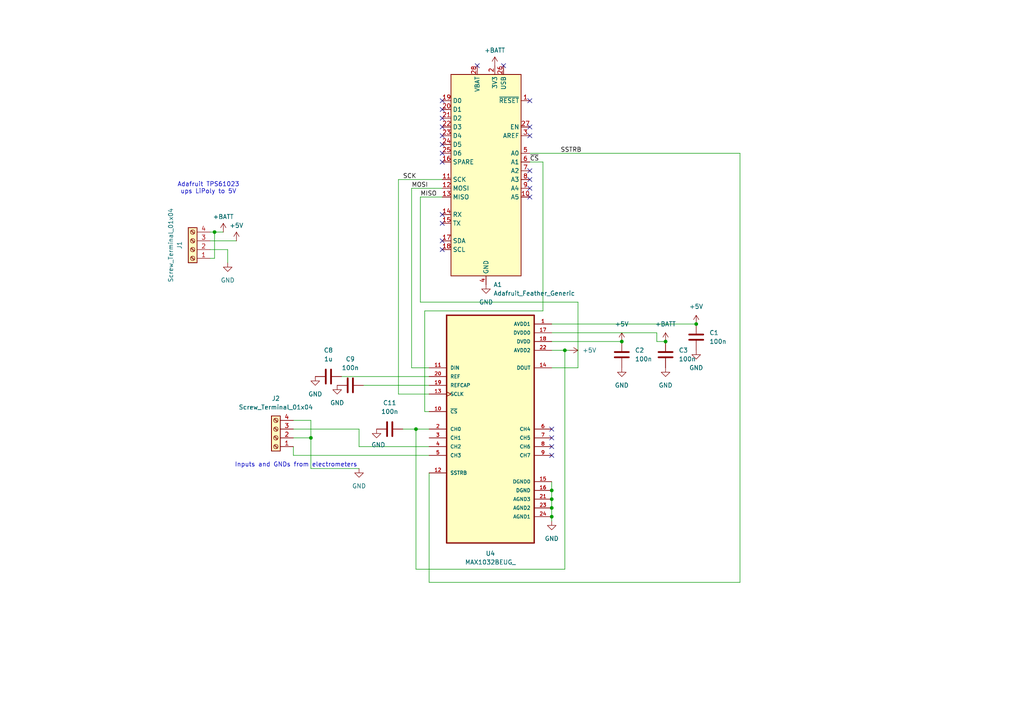
<source format=kicad_sch>
(kicad_sch (version 20250114) (generator "eeschema") (generator_version "9.0")
  (paper "A4")
  (title_block (title "Electrometer ADC") (date "2025-08-20") (rev "v2.0") (company "Coffee and Tellisense Lab"))
  (lib_symbols
    (symbol "Connector:Screw_Terminal_01x04" (pin_names (offset 1.016) (hide yes))
      (property "Reference" "J" (at 0 5.08 0))
      (property "Value" "Screw_Terminal_01x04" (at 0 -7.62 0))
      (symbol "Screw_Terminal_01x04_1_1"
        (rectangle (start -1.27 3.81) (end 1.27 -6.35) (stroke (width 0.254)) (fill (type background)))
        (polyline (pts (xy -0.5334 2.8702) (xy 0.3302 2.032)) (stroke (width 0.1524)))
        (polyline (pts (xy -0.5334 0.3302) (xy 0.3302 -0.508)) (stroke (width 0.1524)))
        (polyline (pts (xy -0.5334 -2.2098) (xy 0.3302 -3.048)) (stroke (width 0.1524)))
        (polyline (pts (xy -0.5334 -4.7498) (xy 0.3302 -5.588)) (stroke (width 0.1524)))
        (polyline (pts (xy -0.3556 3.048) (xy 0.508 2.2098)) (stroke (width 0.1524)))
        (polyline (pts (xy -0.3556 0.508) (xy 0.508 -0.3302)) (stroke (width 0.1524)))
        (polyline (pts (xy -0.3556 -2.032) (xy 0.508 -2.8702)) (stroke (width 0.1524)))
        (polyline (pts (xy -0.3556 -4.572) (xy 0.508 -5.4102)) (stroke (width 0.1524)))
        (circle (center 0 2.54) (radius 0.635) (stroke (width 0.1524)))
        (circle (center 0 0) (radius 0.635) (stroke (width 0.1524)))
        (circle (center 0 -2.54) (radius 0.635) (stroke (width 0.1524)))
        (circle (center 0 -5.08) (radius 0.635) (stroke (width 0.1524)))
        (pin passive line (at -5.08 2.54 0) (length 3.81) (name "Pin_1") (number "1"))
        (pin passive line (at -5.08 0 0) (length 3.81) (name "Pin_2") (number "2"))
        (pin passive line (at -5.08 -2.54 0) (length 3.81) (name "Pin_3") (number "3"))
        (pin passive line (at -5.08 -5.08 0) (length 3.81) (name "Pin_4") (number "4"))
      )
    )
    (symbol "Device:C" (pin_numbers (hide yes)) (pin_names (offset 0.254))
      (property "Reference" "C" (at 0.635 2.54 0))
      (property "Value" "C" (at 0.635 -2.54 0))
      (symbol "C_0_1"
        (polyline (pts (xy -2.032 0.762) (xy 2.032 0.762)) (stroke (width 0.508)))
        (polyline (pts (xy -2.032 -0.762) (xy 2.032 -0.762)) (stroke (width 0.508)))
      )
      (symbol "C_1_1"
        (pin passive line (at 0 3.81 270) (length 2.794) (name "~") (number "1"))
        (pin passive line (at 0 -3.81 90) (length 2.794) (name "~") (number "2"))
      )
    )
    (symbol "GND_1" (power) (pin_numbers (hide yes)) (pin_names (offset 0) (hide yes))
      (property "Value" "GND" (at 0 -3.81 0))
      (symbol "GND_1_0_1"
        (polyline (pts (xy 0 0) (xy 0 -1.27) (xy 1.27 -1.27) (xy 0 -2.54) (xy -1.27 -1.27) (xy 0 -1.27)))
      )
      (symbol "GND_1_1_1"
        (pin power_in line (at 0 0 270) (length 0) (name "~") (number "1"))
      )
    )
    (symbol "MAX1032:MAX1032BEUG_" (pin_names (offset 1.016))
      (property "Reference" "U" (at -12.7 34.02 0))
      (property "Value" "MAX1032BEUG_" (at -12.7 -37.02 0))
      (symbol "MAX1032BEUG__0_0"
        (rectangle (start -12.7 -33.02) (end 12.7 33.02) (stroke (width 0.41)) (fill (type background)))
        (pin input line (at -17.78 17.78 0) (length 5.08) (name "DIN") (number "11"))
        (pin input line (at -17.78 15.24 0) (length 5.08) (name "REF") (number "20"))
        (pin input line (at -17.78 12.7 0) (length 5.08) (name "REFCAP") (number "19"))
        (pin input clock (at -17.78 10.16 0) (length 5.08) (name "SCLK") (number "13"))
        (pin bidirectional line (at -17.78 5.08 0) (length 5.08) (name "~{CS}") (number "10"))
        (pin bidirectional line (at -17.78 0 0) (length 5.08) (name "CH0") (number "2"))
        (pin bidirectional line (at -17.78 -2.54 0) (length 5.08) (name "CH1") (number "3"))
        (pin bidirectional line (at -17.78 -5.08 0) (length 5.08) (name "CH2") (number "4"))
        (pin bidirectional line (at -17.78 -7.62 0) (length 5.08) (name "CH3") (number "5"))
        (pin bidirectional line (at -17.78 -12.7 0) (length 5.08) (name "SSTRB") (number "12"))
        (pin power_in line (at 17.78 30.48 180) (length 5.08) (name "AVDD1") (number "1"))
        (pin power_in line (at 17.78 27.94 180) (length 5.08) (name "DVDD0") (number "17"))
        (pin power_in line (at 17.78 25.4 180) (length 5.08) (name "DVDD") (number "18"))
        (pin power_in line (at 17.78 22.86 180) (length 5.08) (name "AVDD2") (number "22"))
        (pin output line (at 17.78 17.78 180) (length 5.08) (name "DOUT") (number "14"))
        (pin bidirectional line (at 17.78 0 180) (length 5.08) (name "CH4") (number "6"))
        (pin bidirectional line (at 17.78 -2.54 180) (length 5.08) (name "CH5") (number "7"))
        (pin bidirectional line (at 17.78 -5.08 180) (length 5.08) (name "CH6") (number "8"))
        (pin bidirectional line (at 17.78 -7.62 180) (length 5.08) (name "CH7") (number "9"))
        (pin power_in line (at 17.78 -15.24 180) (length 5.08) (name "DGND0") (number "15"))
        (pin power_in line (at 17.78 -17.78 180) (length 5.08) (name "DGND") (number "16"))
        (pin power_in line (at 17.78 -20.32 180) (length 5.08) (name "AGND3") (number "21"))
        (pin power_in line (at 17.78 -22.86 180) (length 5.08) (name "AGND2") (number "23"))
        (pin power_in line (at 17.78 -25.4 180) (length 5.08) (name "AGND1") (number "24"))
      )
    )
    (symbol "MCU_Module:Adafruit_Feather_Generic"
      (property "Reference" "A" (at -10.16 29.21 0))
      (property "Value" "Adafruit_Feather_Generic" (at 2.54 -31.75 0))
      (symbol "Adafruit_Feather_Generic_0_1"
        (rectangle (start -10.16 27.94) (end 10.16 -30.48) (stroke (width 0.254)) (fill (type background)))
      )
      (symbol "Adafruit_Feather_Generic_1_1"
        (pin bidirectional line (at -12.7 20.32 0) (length 2.54) (name "D0") (number "19"))
        (pin bidirectional line (at -12.7 17.78 0) (length 2.54) (name "D1") (number "20"))
        (pin bidirectional line (at -12.7 15.24 0) (length 2.54) (name "D2") (number "21"))
        (pin bidirectional line (at -12.7 12.7 0) (length 2.54) (name "D3") (number "22"))
        (pin bidirectional line (at -12.7 10.16 0) (length 2.54) (name "D4") (number "23"))
        (pin bidirectional line (at -12.7 7.62 0) (length 2.54) (name "D5") (number "24"))
        (pin bidirectional line (at -12.7 5.08 0) (length 2.54) (name "D6") (number "25"))
        (pin bidirectional line (at -12.7 2.54 0) (length 2.54) (name "SPARE") (number "16"))
        (pin bidirectional line (at -12.7 -2.54 0) (length 2.54) (name "SCK") (number "11"))
        (pin bidirectional line (at -12.7 -5.08 0) (length 2.54) (name "MOSI") (number "12"))
        (pin bidirectional line (at -12.7 -7.62 0) (length 2.54) (name "MISO") (number "13"))
        (pin bidirectional line (at -12.7 -12.7 0) (length 2.54) (name "RX") (number "14"))
        (pin bidirectional line (at -12.7 -15.24 0) (length 2.54) (name "TX") (number "15"))
        (pin bidirectional line (at -12.7 -20.32 0) (length 2.54) (name "SDA") (number "17"))
        (pin bidirectional line (at -12.7 -22.86 0) (length 2.54) (name "SCL") (number "18"))
        (pin power_in line (at -2.54 30.48 270) (length 2.54) (name "VBAT") (number "28"))
        (pin power_in line (at 0 -33.02 90) (length 2.54) (name "GND") (number "4"))
        (pin power_in line (at 2.54 30.48 270) (length 2.54) (name "3V3") (number "2"))
        (pin power_in line (at 5.08 30.48 270) (length 2.54) (name "USB") (number "26"))
        (pin input line (at 12.7 20.32 180) (length 2.54) (name "~{RESET}") (number "1"))
        (pin input line (at 12.7 12.7 180) (length 2.54) (name "EN") (number "27"))
        (pin input line (at 12.7 10.16 180) (length 2.54) (name "AREF") (number "3"))
        (pin bidirectional line (at 12.7 5.08 180) (length 2.54) (name "A0") (number "5"))
        (pin bidirectional line (at 12.7 2.54 180) (length 2.54) (name "A1") (number "6"))
        (pin bidirectional line (at 12.7 0 180) (length 2.54) (name "A2") (number "7"))
        (pin bidirectional line (at 12.7 -2.54 180) (length 2.54) (name "A3") (number "8"))
        (pin bidirectional line (at 12.7 -5.08 180) (length 2.54) (name "A4") (number "9"))
        (pin bidirectional line (at 12.7 -7.62 180) (length 2.54) (name "A5") (number "10"))
      )
    )
    (symbol "power:+5V" (power) (pin_numbers (hide yes)) (pin_names (offset 0) (hide yes))
      (property "Value" "+5V" (at 0 3.556 0))
      (symbol "+5V_0_1"
        (polyline (pts (xy -0.762 1.27) (xy 0 2.54)))
        (polyline (pts (xy 0 2.54) (xy 0.762 1.27)))
        (polyline (pts (xy 0 0) (xy 0 2.54)))
      )
      (symbol "+5V_1_1"
        (pin power_in line (at 0 0 90) (length 0) (name "~") (number "1"))
      )
    )
    (symbol "power:+BATT" (power) (pin_numbers (hide yes)) (pin_names (offset 0) (hide yes))
      (property "Value" "+BATT" (at 0 3.556 0))
      (symbol "+BATT_0_1"
        (polyline (pts (xy -0.762 1.27) (xy 0 2.54)))
        (polyline (pts (xy 0 2.54) (xy 0.762 1.27)))
        (polyline (pts (xy 0 0) (xy 0 2.54)))
      )
      (symbol "+BATT_1_1"
        (pin power_in line (at 0 0 90) (length 0) (name "~") (number "1"))
      )
    )
    (symbol "power:GND" (power) (pin_names (offset 0))
      (property "Value" "GND" (at 0 -3.81 0))
      (symbol "GND_0_1"
        (polyline (pts (xy 0 0) (xy 0 -1.27) (xy 1.27 -1.27) (xy 0 -2.54) (xy -1.27 -1.27) (xy 0 -1.27)))
      )
      (symbol "GND_1_1"
        (pin power_in line (at 0 0 270) (length 0) (hide yes) (name "GND") (number "1"))
      )
    )
  )
  (text "Adafruit TPS61023\nups LiPoly to 5V\n" (at 60.452 54.61 0) (effects (font (size 1.27 1.27))))
  (text "Inputs and GNDs from electrometers\n" (at 85.852 134.874 0) (effects (font (size 1.27 1.27))))
  (junction (at 120.65 124.46))
  (junction (at 201.93 93.98))
  (junction (at 62.23 67.31))
  (junction (at 160.02 149.86))
  (junction (at 160.02 144.78))
  (junction (at 160.02 142.24))
  (junction (at 90.17 127))
  (junction (at 163.83 101.6))
  (junction (at 160.02 147.32))
  (junction (at 193.04 99.06))
  (junction (at 180.34 99.06))
  (no_connect (at 128.27 69.85))
  (no_connect (at 153.67 29.21))
  (no_connect (at 128.27 34.29))
  (no_connect (at 160.02 124.46))
  (no_connect (at 153.67 57.15))
  (no_connect (at 153.67 39.37))
  (no_connect (at 146.05 19.05))
  (no_connect (at 153.67 36.83))
  (no_connect (at 128.27 44.45))
  (no_connect (at 138.43 19.05))
  (no_connect (at 128.27 29.21))
  (no_connect (at 128.27 41.91))
  (no_connect (at 160.02 127))
  (no_connect (at 128.27 39.37))
  (no_connect (at 160.02 132.08))
  (no_connect (at 160.02 129.54))
  (no_connect (at 128.27 62.23))
  (no_connect (at 128.27 64.77))
  (no_connect (at 153.67 52.07))
  (no_connect (at 128.27 72.39))
  (no_connect (at 153.67 49.53))
  (no_connect (at 128.27 46.99))
  (no_connect (at 153.67 54.61))
  (no_connect (at 128.27 36.83))
  (no_connect (at 128.27 31.75))
  (wire (pts (xy 85.09 127) (xy 90.17 127)))
  (wire (pts (xy 160.02 139.7) (xy 160.02 142.24)))
  (wire (pts (xy 160.02 96.52) (xy 190.5 96.52)))
  (wire (pts (xy 167.64 87.63) (xy 167.64 106.68)))
  (wire (pts (xy 124.46 111.76) (xy 105.41 111.76)))
  (wire (pts (xy 62.23 67.31) (xy 64.77 67.31)))
  (wire (pts (xy 124.46 137.16) (xy 124.46 168.91)))
  (wire (pts (xy 90.17 127) (xy 90.17 135.89)))
  (wire (pts (xy 115.57 52.07) (xy 128.27 52.07)))
  (wire (pts (xy 85.09 132.08) (xy 85.09 129.54)))
  (wire (pts (xy 123.19 90.17) (xy 157.48 90.17)))
  (wire (pts (xy 190.5 99.06) (xy 193.04 99.06)))
  (wire (pts (xy 160.02 144.78) (xy 160.02 147.32)))
  (wire (pts (xy 163.83 101.6) (xy 165.1 101.6)))
  (wire (pts (xy 104.14 124.46) (xy 85.09 124.46)))
  (wire (pts (xy 160.02 106.68) (xy 167.64 106.68)))
  (wire (pts (xy 120.65 124.46) (xy 120.65 165.1)))
  (wire (pts (xy 124.46 119.38) (xy 123.19 119.38)))
  (wire (pts (xy 104.14 124.46) (xy 104.14 129.54)))
  (wire (pts (xy 119.38 54.61) (xy 119.38 106.68)))
  (wire (pts (xy 68.58 69.85) (xy 60.96 69.85)))
  (wire (pts (xy 160.02 149.86) (xy 160.02 151.13)))
  (wire (pts (xy 157.48 46.99) (xy 153.67 46.99)))
  (wire (pts (xy 115.57 114.3) (xy 115.57 52.07)))
  (wire (pts (xy 60.96 74.93) (xy 62.23 74.93)))
  (wire (pts (xy 66.04 76.2) (xy 66.04 72.39)))
  (wire (pts (xy 160.02 101.6) (xy 163.83 101.6)))
  (wire (pts (xy 160.02 99.06) (xy 180.34 99.06)))
  (wire (pts (xy 119.38 106.68) (xy 124.46 106.68)))
  (wire (pts (xy 90.17 135.89) (xy 104.14 135.89)))
  (wire (pts (xy 124.46 168.91) (xy 214.63 168.91)))
  (wire (pts (xy 85.09 121.92) (xy 90.17 121.92)))
  (wire (pts (xy 124.46 129.54) (xy 104.14 129.54)))
  (wire (pts (xy 120.65 165.1) (xy 163.83 165.1)))
  (wire (pts (xy 62.23 67.31) (xy 60.96 67.31)))
  (wire (pts (xy 160.02 93.98) (xy 201.93 93.98)))
  (wire (pts (xy 121.92 57.15) (xy 121.92 87.63)))
  (wire (pts (xy 62.23 74.93) (xy 62.23 67.31)))
  (wire (pts (xy 85.09 132.08) (xy 124.46 132.08)))
  (wire (pts (xy 124.46 109.22) (xy 99.06 109.22)))
  (wire (pts (xy 160.02 147.32) (xy 160.02 149.86)))
  (wire (pts (xy 214.63 44.45) (xy 214.63 168.91)))
  (wire (pts (xy 153.67 44.45) (xy 214.63 44.45)))
  (wire (pts (xy 123.19 119.38) (xy 123.19 90.17)))
  (wire (pts (xy 163.83 165.1) (xy 163.83 101.6)))
  (wire (pts (xy 167.64 87.63) (xy 121.92 87.63)))
  (wire (pts (xy 190.5 96.52) (xy 190.5 99.06)))
  (wire (pts (xy 66.04 72.39) (xy 60.96 72.39)))
  (wire (pts (xy 121.92 57.15) (xy 128.27 57.15)))
  (wire (pts (xy 119.38 54.61) (xy 128.27 54.61)))
  (wire (pts (xy 116.84 124.46) (xy 120.65 124.46)))
  (wire (pts (xy 160.02 142.24) (xy 160.02 144.78)))
  (wire (pts (xy 90.17 121.92) (xy 90.17 127)))
  (wire (pts (xy 124.46 114.3) (xy 115.57 114.3)))
  (wire (pts (xy 157.48 90.17) (xy 157.48 46.99)))
  (wire (pts (xy 120.65 124.46) (xy 124.46 124.46)))
  (label "~{CS}" (at 153.67 46.99 0))
  (label "SCK" (at 116.84 52.07 0))
  (label "SSTRB" (at 162.56 44.45 0))
  (label "MISO" (at 121.92 57.15 0))
  (label "MOSI" (at 119.38 54.61 0))
  (symbol (lib_id "MAX1032:MAX1032BEUG_") (at 142.24 124.46 0) (unit 1)
    (property "Reference" "U4" (at 142.24 160.528 0))
    (property "Value" "MAX1032BEUG_" (at 142.24 163.068 0))
    (property "Footprint" "Max1032:SOP65P640X110-24N" (effects (hide yes)))
    (property "Datasheet" "https://www.analog.com/media/en/technical-documentation/data-sheets/max1032-max1033.pdf" (effects (hide yes)))
    (property "MF" "Analog Devices" (effects (hide yes)))
    (property "Description_1" "8- and 4-Channel, ±3 x VREF Multirange Inputs, Serial 14-Bit ADCs" (effects (hide yes)))
    (property "Package" "TSSOP-24 Maxim" (effects (hide yes)))
    (property "Price" "None" (effects (hide yes)))
    (property "SnapEDA_Link" "https://www.snapeda.com/parts/MAX1032BEUG+/Analog+Devices/view-part/?ref=snap" (effects (hide yes)))
    (property "MP" "MAX1032BEUG+" (effects (hide yes)))
    (property "Availability" "In Stock" (effects (hide yes)))
    (property "Check_prices" "https://www.snapeda.com/parts/MAX1032BEUG+/Analog+Devices/view-part/?ref=eda" (effects (hide yes)))
  )
  (symbol (lib_id "Device:C") (at 180.34 102.87 0) (unit 1)
    (property "Reference" "C2" (at 184.15 101.5999 0) (effects (justify left)))
    (property "Value" "100n" (at 184.15 104.1399 0) (effects (justify left)))
    (property "Footprint" "Capacitor_SMD:C_0805_2012Metric" (effects (hide yes)))
  )
  (symbol (lib_id "power:GND") (at 193.04 106.68 0) (unit 1)
    (property "Reference" "#PWR011" (effects (hide yes)))
    (property "Value" "GND" (at 193.04 111.76 0))
  )
  (symbol (lib_id "power:GND") (at 97.79 111.76 0) (unit 1)
    (property "Reference" "#PWR01" (effects (hide yes)))
    (property "Value" "GND" (at 97.79 116.84 0))
  )
  (symbol (lib_name "GND_1") (lib_id "power:GND") (at 66.04 76.2 0) (unit 1)
    (property "Reference" "#PWR04" (effects (hide yes)))
    (property "Value" "GND" (at 66.04 81.28 0))
    (property "Description" "Power symbol creates a global label with name \"GND\" , ground" (effects (hide yes)))
  )
  (symbol (lib_id "power:GND") (at 180.34 106.68 0) (unit 1)
    (property "Reference" "#PWR09" (effects (hide yes)))
    (property "Value" "GND" (at 180.34 111.76 0))
  )
  (symbol (lib_id "MCU_Module:Adafruit_Feather_Generic") (at 140.97 49.53 0) (unit 1)
    (property "Reference" "A1" (at 143.1133 82.55 0) (effects (justify left)))
    (property "Value" "Adafruit_Feather_Generic" (at 143.1133 85.09 0) (effects (justify left)))
    (property "Footprint" "Adafruit:Adafruit_Feather_NTHP" (effects (hide yes)))
    (property "Datasheet" "https://cdn-learn.adafruit.com/downloads/pdf/adafruit-feather.pdf" (effects (hide yes)))
    (property "Description" "Microcontroller module in various flavor, generic symbol" (effects (hide yes)))
  )
  (symbol (lib_id "Device:C") (at 95.25 109.22 90) (unit 1)
    (property "Reference" "C8" (at 95.25 101.6 90))
    (property "Value" "1u" (at 95.25 104.14 90))
    (property "Footprint" "Capacitor_SMD:C_0805_2012Metric" (effects (hide yes)))
  )
  (symbol (lib_id "power:GND") (at 201.93 101.6 0) (unit 1)
    (property "Reference" "#PWR06" (effects (hide yes)))
    (property "Value" "GND" (at 201.93 106.68 0))
  )
  (symbol (lib_id "Connector:Screw_Terminal_01x04") (at 80.01 127 180) (unit 1)
    (property "Reference" "J2" (at 80.01 115.57 0))
    (property "Value" "Screw_Terminal_01x04" (at 80.01 118.11 0))
    (property "Footprint" "TerminalBlock_Phoenix:TerminalBlock_Phoenix_MPT-0,5-4-2.54_1x04_P2.54mm_Horizontal" (effects (hide yes)))
    (property "Description" "Generic screw terminal, single row, 01x04, script generated (kicad-library-utils/schlib/autogen/connector/)" (effects (hide yes)))
  )
  (symbol (lib_id "power:+5V") (at 201.93 93.98 0) (unit 1)
    (property "Reference" "#PWR05" (effects (hide yes)))
    (property "Value" "+5V" (at 201.93 88.9 0))
    (property "Description" "Power symbol creates a global label with name \"+5V\"" (effects (hide yes)))
  )
  (symbol (lib_id "power:+5V") (at 68.58 69.85 0) (unit 1)
    (property "Reference" "#PWR03" (effects (hide yes)))
    (property "Value" "+5V" (at 68.58 65.405 0))
    (property "Description" "Power symbol creates a global label with name \"+5V\"" (effects (hide yes)))
  )
  (symbol (lib_id "power:GND") (at 160.02 151.13 0) (unit 1)
    (property "Reference" "#PWR016" (effects (hide yes)))
    (property "Value" "GND" (at 160.02 156.21 0))
  )
  (symbol (lib_id "power:+BATT") (at 64.77 67.31 0) (unit 1)
    (property "Reference" "#PWR2" (effects (hide yes)))
    (property "Value" "+BATT" (at 64.77 62.865 0))
    (property "Description" "Power symbol creates a global label with name \"+BATT\"" (effects (hide yes)))
  )
  (symbol (lib_id "Device:C") (at 201.93 97.79 0) (unit 1)
    (property "Reference" "C1" (at 205.74 96.5199 0) (effects (justify left)))
    (property "Value" "100n" (at 205.74 99.0599 0) (effects (justify left)))
    (property "Footprint" "Capacitor_SMD:C_0805_2012Metric" (effects (hide yes)))
  )
  (symbol (lib_id "Device:C") (at 113.03 124.46 90) (unit 1)
    (property "Reference" "C11" (at 113.03 116.84 90))
    (property "Value" "100n" (at 113.03 119.38 90))
    (property "Footprint" "Capacitor_SMD:C_0805_2012Metric" (effects (hide yes)))
  )
  (symbol (lib_id "power:GND") (at 140.97 82.55 0) (unit 1)
    (property "Reference" "#PWR014" (effects (hide yes)))
    (property "Value" "GND" (at 140.97 87.63 0))
  )
  (symbol (lib_id "power:+5V") (at 165.1 101.6 270) (unit 1)
    (property "Reference" "#PWR021" (effects (hide yes)))
    (property "Value" "+5V" (at 168.91 101.5999 90) (effects (justify left)))
    (property "Description" "Power symbol creates a global label with name \"+5V\"" (effects (hide yes)))
  )
  (symbol (lib_id "power:GND") (at 104.14 135.89 0) (unit 1)
    (property "Reference" "#PWR012" (effects (hide yes)))
    (property "Value" "GND" (at 104.14 140.97 0))
  )
  (symbol (lib_id "power:GND") (at 109.22 124.46 0) (unit 1)
    (property "Reference" "#PWR018" (effects (hide yes)))
    (property "Value" "GND" (at 107.696 129.032 0) (effects (justify left)))
  )
  (symbol (lib_id "Device:C") (at 193.04 102.87 0) (unit 1)
    (property "Reference" "C3" (at 196.85 101.5999 0) (effects (justify left)))
    (property "Value" "100n" (at 196.85 104.1399 0) (effects (justify left)))
    (property "Footprint" "Capacitor_SMD:C_0805_2012Metric" (effects (hide yes)))
  )
  (symbol (lib_id "power:+BATT") (at 143.51 19.05 0) (unit 1)
    (property "Reference" "#PWR013" (effects (hide yes)))
    (property "Value" "+BATT" (at 143.51 14.605 0))
    (property "Description" "Power symbol creates a global label with name \"+BATT\"" (effects (hide yes)))
  )
  (symbol (lib_id "Connector:Screw_Terminal_01x04") (at 55.88 72.39 180) (unit 1)
    (property "Reference" "J1" (at 52.07 71.12 90))
    (property "Value" "Screw_Terminal_01x04" (at 49.53 71.12 90))
    (property "Footprint" "TerminalBlock_Phoenix:TerminalBlock_Phoenix_MPT-0,5-4-2.54_1x04_P2.54mm_Horizontal" (effects (hide yes)))
    (property "Description" "Generic screw terminal, single row, 01x04, script generated (kicad-library-utils/schlib/autogen/connector/)" (effects (hide yes)))
  )
  (symbol (lib_id "power:+BATT") (at 193.04 99.06 0) (unit 1)
    (property "Reference" "#PWR10" (effects (hide yes)))
    (property "Value" "+BATT" (at 193.04 93.98 0))
    (property "Description" "Power symbol creates a global label with name \"+BATT\"" (effects (hide yes)))
  )
  (symbol (lib_id "power:+5V") (at 180.34 99.06 0) (unit 1)
    (property "Reference" "#PWR08" (effects (hide yes)))
    (property "Value" "+5V" (at 180.34 93.98 0))
    (property "Description" "Power symbol creates a global label with name \"+5V\"" (effects (hide yes)))
  )
  (symbol (lib_id "power:GND") (at 91.44 109.22 0) (unit 1)
    (property "Reference" "#PWR07" (effects (hide yes)))
    (property "Value" "GND" (at 91.44 114.3 0))
  )
  (symbol (lib_id "Device:C") (at 101.6 111.76 90) (unit 1)
    (property "Reference" "C9" (at 101.6 104.14 90))
    (property "Value" "100n" (at 101.6 106.68 90))
    (property "Footprint" "Capacitor_SMD:C_0805_2012Metric" (effects (hide yes)))
  )
)
</source>
